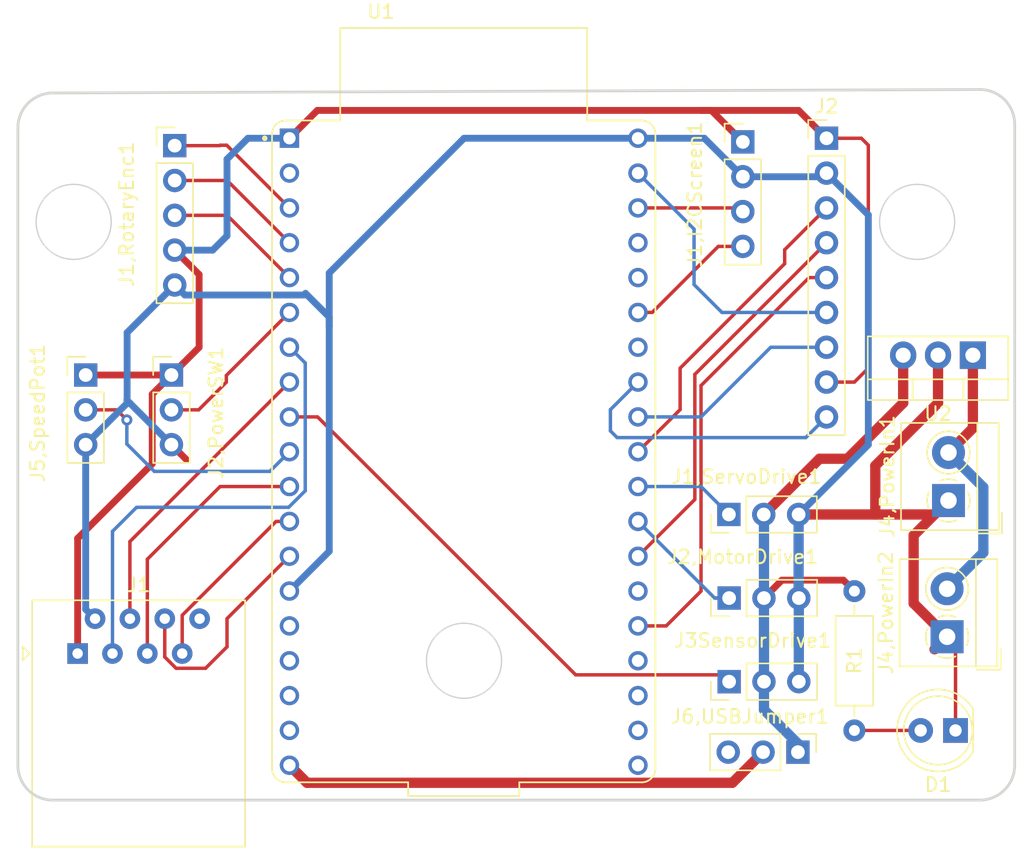
<source format=kicad_pcb>
(kicad_pcb (version 20221018) (generator pcbnew)
  (layers (0 "F.Cu" signal) (31 "B.Cu" signal) (34 "B.Paste" user) (35 "F.Paste" user) (36 "B.SilkS" user "B.Silkscreen") (37 "F.SilkS" user "F.Silkscreen") (38 "B.Mask" user) (39 "F.Mask" user) (44 "Edge.Cuts" user))
  (net 0 "")
  (net 1 "+3.3V")
  (net 2 "GND")
  (net 3 "/JoyX")
  (net 4 "/JoyY")
  (net 5 "/JoyB")
  (net 6 "/JoySW")
  (net 7 "/JoyPot")
  (net 9 "/SCL")
  (net 10 "/SDA")
  (net 11 "/EncA")
  (net 12 "/EncB")
  (net 13 "/EncSW")
  (net 14 "/Sensor")
  (net 15 "+5V")
  (net 16 "/CS")
  (net 17 "/RST")
  (net 18 "/DC")
  (net 19 "/MOSI")
  (net 20 "/SCK")
  (net 21 "/MISO")
  (net 22 "/Motor")
  (net 23 "/Enable")
  (net 24 "Net-(J4,PowerIn1-Pin_2)")
  (net 25 "/Pot")
  (net 26 "Net-(J6,USBJumper1-Pin_2)")
  (net 32 "/Servo")
  (net 42 "Net-(D1-A)")
  (footprint "Resistor_THT:R_Axial_DIN0207_L6.3mm_D2.5mm_P10.16mm_Horizontal" (layer "F.Cu") (at 160.02 88.392 90)
    (fp_text reference "R1" (at 5.08 0 90) (layer "F.SilkS"))
    (fp_text value "R")
    (fp_line (start 1.04 0) (end 1.81 0) (stroke (width 0.12)) (layer "F.SilkS"))
    (fp_line (start 1.81 -1.37) (end 1.81 1.37) (stroke (width 0.12)) (layer "F.SilkS"))
    (fp_line (start 1.81 1.37) (end 8.35 1.37) (stroke (width 0.12)) (layer "F.SilkS"))
    (fp_line (start 8.35 -1.37) (end 1.81 -1.37) (stroke (width 0.12)) (layer "F.SilkS"))
    (fp_line (start 8.35 1.37) (end 8.35 -1.37) (stroke (width 0.12)) (layer "F.SilkS"))
    (fp_line (start 9.12 0) (end 8.35 0) (stroke (width 0.12)) (layer "F.SilkS"))
    (pad "1" thru_hole circle (at 0 0 90) (size 1.6 1.6) (drill 0.8) (layers "*.Cu" "*.Mask") (net 42 "Net-(D1-A)"))
    (pad "2" thru_hole oval (at 10.16 0 90) (size 1.6 1.6) (drill 0.8) (layers "*.Cu" "*.Mask") (net 15 "+5V"))
  )
  (footprint "Connector_PinHeader_2.54mm:PinHeader_1x04_P2.54mm_Vertical" (layer "F.Cu") (at 151.892 45.476)
    (fp_text reference "J1,I2CScreen1" (at -3.5 3.83 90) (layer "F.SilkS"))
    (fp_text value "Conn_01x04_Pin")
    (fp_line (start -1.33 -1.33) (end 0 -1.33) (stroke (width 0.12)) (layer "F.SilkS"))
    (fp_line (start -1.33 0) (end -1.33 -1.33) (stroke (width 0.12)) (layer "F.SilkS"))
    (fp_line (start -1.33 1.27) (end -1.33 8.95) (stroke (width 0.12)) (layer "F.SilkS"))
    (fp_line (start -1.33 1.27) (end 1.33 1.27) (stroke (width 0.12)) (layer "F.SilkS"))
    (fp_line (start -1.33 8.95) (end 1.33 8.95) (stroke (width 0.12)) (layer "F.SilkS"))
    (fp_line (start 1.33 1.27) (end 1.33 8.95) (stroke (width 0.12)) (layer "F.SilkS"))
    (pad "1" thru_hole rect (at 0 0) (size 1.7 1.7) (drill 1) (layers "*.Cu" "*.Mask") (net 1 "+3.3V"))
    (pad "2" thru_hole oval (at 0 2.54) (size 1.7 1.7) (drill 1) (layers "*.Cu" "*.Mask") (net 2 "GND"))
    (pad "3" thru_hole oval (at 0 5.08) (size 1.7 1.7) (drill 1) (layers "*.Cu" "*.Mask") (net 9 "/SCL"))
    (pad "4" thru_hole oval (at 0 7.62) (size 1.7 1.7) (drill 1) (layers "*.Cu" "*.Mask") (net 10 "/SDA"))
  )
  (footprint "Connector_PinHeader_2.54mm:PinHeader_1x03_P2.54mm_Vertical" (layer "F.Cu") (at 155.906 89.974 -90)
    (fp_text reference "J6,USBJumper1" (at -2.598 3.506) (layer "F.SilkS"))
    (fp_text value "Conn_01x03_Pin")
    (fp_line (start -1.33 -1.33) (end 0 -1.33) (stroke (width 0.12)) (layer "F.SilkS"))
    (fp_line (start -1.33 0) (end -1.33 -1.33) (stroke (width 0.12)) (layer "F.SilkS"))
    (fp_line (start -1.33 1.27) (end -1.33 6.41) (stroke (width 0.12)) (layer "F.SilkS"))
    (fp_line (start -1.33 1.27) (end 1.33 1.27) (stroke (width 0.12)) (layer "F.SilkS"))
    (fp_line (start -1.33 6.41) (end 1.33 6.41) (stroke (width 0.12)) (layer "F.SilkS"))
    (fp_line (start 1.33 1.27) (end 1.33 6.41) (stroke (width 0.12)) (layer "F.SilkS"))
    (pad "1" thru_hole rect (at 0 0 270) (size 1.7 1.7) (drill 1) (layers "*.Cu" "*.Mask") (net 15 "+5V"))
    (pad "2" thru_hole oval (at 0 2.54 270) (size 1.7 1.7) (drill 1) (layers "*.Cu" "*.Mask") (net 26 "Net-(J6,USBJumper1-Pin_2)"))
    (pad "3" thru_hole oval (at 0 5.08 270) (size 1.7 1.7) (drill 1) (layers "*.Cu" "*.Mask"))
  )
  (footprint "Package_TO_SOT_THT:TO-220-3_Vertical" (layer "F.Cu") (at 168.656 61.031 180)
    (fp_text reference "U2" (at 2.54 -4.27) (layer "F.SilkS"))
    (fp_text value "L7805")
    (fp_line (start -2.58 -3.27) (end -2.58 1.371) (stroke (width 0.12)) (layer "F.SilkS"))
    (fp_line (start -2.58 -3.27) (end 7.66 -3.27) (stroke (width 0.12)) (layer "F.SilkS"))
    (fp_line (start -2.58 -1.76) (end 7.66 -1.76) (stroke (width 0.12)) (layer "F.SilkS"))
    (fp_line (start -2.58 1.371) (end 7.66 1.371) (stroke (width 0.12)) (layer "F.SilkS"))
    (fp_line (start 0.69 -3.27) (end 0.69 -1.76) (stroke (width 0.12)) (layer "F.SilkS"))
    (fp_line (start 4.391 -3.27) (end 4.391 -1.76) (stroke (width 0.12)) (layer "F.SilkS"))
    (fp_line (start 7.66 -3.27) (end 7.66 1.371) (stroke (width 0.12)) (layer "F.SilkS"))
    (pad "1" thru_hole rect (at 0 0 180) (size 1.905 2) (drill 1.1) (layers "*.Cu" "*.Mask") (net 24 "Net-(J4,PowerIn1-Pin_2)"))
    (pad "2" thru_hole oval (at 2.54 0 180) (size 1.905 2) (drill 1.1) (layers "*.Cu" "*.Mask") (net 2 "GND"))
    (pad "3" thru_hole oval (at 5.08 0 180) (size 1.905 2) (drill 1.1) (layers "*.Cu" "*.Mask") (net 15 "+5V"))
  )
  (footprint "ESP32_DEVKITC_32E:MODULE_ESP32-DEVKITC-32E" (layer "F.Cu") (at 131.55 68.045)
    (fp_text reference "U1" (at -6.0325 -32.0675) (layer "F.SilkS"))
    (fp_text value "ESP32-DEVKITC-32E")
    (fp_line (start -13.97 23.13) (end -13.97 -23.13) (stroke (width 0.127)) (layer "F.SilkS"))
    (fp_line (start -12.97 -24.13) (end -9 -24.13) (stroke (width 0.127)) (layer "F.SilkS"))
    (fp_line (start -12.97 24.13) (end -4.05 24.13) (stroke (width 0.127)) (layer "F.SilkS"))
    (fp_line (start -9 -30.87) (end 9 -30.87) (stroke (width 0.127)) (layer "F.SilkS"))
    (fp_line (start -9 -24.13) (end -9 -30.87) (stroke (width 0.127)) (layer "F.SilkS"))
    (fp_line (start -4.05 24.13) (end -4.05 25.13) (stroke (width 0.127)) (layer "F.SilkS"))
    (fp_line (start -4.05 25.13) (end 4.05 25.13) (stroke (width 0.127)) (layer "F.SilkS"))
    (fp_line (start 4.05 24.13) (end 12.97 24.13) (stroke (width 0.127)) (layer "F.SilkS"))
    (fp_line (start 4.05 25.13) (end 4.05 24.13) (stroke (width 0.127)) (layer "F.SilkS"))
    (fp_line (start 9 -30.87) (end 9 -24.13) (stroke (width 0.127)) (layer "F.SilkS"))
    (fp_line (start 9 -24.13) (end 12.97 -24.13) (stroke (width 0.127)) (layer "F.SilkS"))
    (fp_line (start 13.97 23.13) (end 13.97 -23.13) (stroke (width 0.127)) (layer "F.SilkS"))
    (fp_arc (start -13.97 -23.13) (mid -13.677107 -23.837107) (end -12.97 -24.13) (stroke (width 0.127)) (layer "F.SilkS"))
    (fp_arc (start -12.97 24.13) (mid -13.677107 23.837107) (end -13.97 23.13) (stroke (width 0.127)) (layer "F.SilkS"))
    (fp_arc (start 12.97 -24.13) (mid 13.677107 -23.837107) (end 13.97 -23.13) (stroke (width 0.127)) (layer "F.SilkS"))
    (fp_arc (start 13.97 23.13) (mid 13.677107 23.837107) (end 12.97 24.13) (stroke (width 0.127)) (layer "F.SilkS"))
    (fp_circle (center -14.5 -22.835) (end -14.4 -22.835) (stroke (width 0.2)) (fill none) (layer "F.SilkS"))
    (pad "J2_1" thru_hole rect (at -12.7 -22.835) (size 1.408 1.408) (drill 0.9) (layers "*.Cu" "*.Mask") (net 1 "+3.3V"))
    (pad "J2_2" thru_hole circle (at -12.7 -20.295) (size 1.408 1.408) (drill 0.9) (layers "*.Cu" "*.Mask"))
    (pad "J2_3" thru_hole circle (at -12.7 -17.755) (size 1.408 1.408) (drill 0.9) (layers "*.Cu" "*.Mask") (net 11 "/EncA"))
    (pad "J2_4" thru_hole circle (at -12.7 -15.215) (size 1.408 1.408) (drill 0.9) (layers "*.Cu" "*.Mask") (net 12 "/EncB"))
    (pad "J2_5" thru_hole circle (at -12.7 -12.675) (size 1.408 1.408) (drill 0.9) (layers "*.Cu" "*.Mask") (net 13 "/EncSW"))
    (pad "J2_6" thru_hole circle (at -12.7 -10.135) (size 1.408 1.408) (drill 0.9) (layers "*.Cu" "*.Mask") (net 23 "/Enable"))
    (pad "J2_7" thru_hole circle (at -12.7 -7.595) (size 1.408 1.408) (drill 0.9) (layers "*.Cu" "*.Mask") (net 3 "/JoyX"))
    (pad "J2_8" thru_hole circle (at -12.7 -5.055) (size 1.408 1.408) (drill 0.9) (layers "*.Cu" "*.Mask") (net 4 "/JoyY"))
    (pad "J2_9" thru_hole circle (at -12.7 -2.515) (size 1.408 1.408) (drill 0.9) (layers "*.Cu" "*.Mask") (net 14 "/Sensor"))
    (pad "J2_10" thru_hole circle (at -12.7 0.025) (size 1.408 1.408) (drill 0.9) (layers "*.Cu" "*.Mask") (net 25 "/Pot"))
    (pad "J2_11" thru_hole circle (at -12.7 2.565) (size 1.408 1.408) (drill 0.9) (layers "*.Cu" "*.Mask") (net 5 "/JoyB"))
    (pad "J2_12" thru_hole circle (at -12.7 5.105) (size 1.408 1.408) (drill 0.9) (layers "*.Cu" "*.Mask") (net 7 "/JoyPot"))
    (pad "J2_13" thru_hole circle (at -12.7 7.645) (size 1.408 1.408) (drill 0.9) (layers "*.Cu" "*.Mask") (net 6 "/JoySW"))
    (pad "J2_14" thru_hole circle (at -12.7 10.185) (size 1.408 1.408) (drill 0.9) (layers "*.Cu" "*.Mask") (net 2 "GND"))
    (pad "J2_15" thru_hole circle (at -12.7 12.725) (size 1.408 1.408) (drill 0.9) (layers "*.Cu" "*.Mask"))
    (pad "J2_16" thru_hole circle (at -12.7 15.265) (size 1.408 1.408) (drill 0.9) (layers "*.Cu" "*.Mask"))
    (pad "J2_17" thru_hole circle (at -12.7 17.805) (size 1.408 1.408) (drill 0.9) (layers "*.Cu" "*.Mask"))
    (pad "J2_18" thru_hole circle (at -12.7 20.345) (size 1.408 1.408) (drill 0.9) (layers "*.Cu" "*.Mask"))
    (pad "J2_19" thru_hole circle (at -12.7 22.885) (size 1.408 1.408) (drill 0.9) (layers "*.Cu" "*.Mask") (net 26 "Net-(J6,USBJumper1-Pin_2)"))
    (pad "J3_1" thru_hole circle (at 12.7 -22.835) (size 1.408 1.408) (drill 0.9) (layers "*.Cu" "*.Mask") (net 2 "GND"))
    (pad "J3_2" thru_hole circle (at 12.7 -20.295) (size 1.408 1.408) (drill 0.9) (layers "*.Cu" "*.Mask") (net 19 "/MOSI"))
    (pad "J3_3" thru_hole circle (at 12.7 -17.755) (size 1.408 1.408) (drill 0.9) (layers "*.Cu" "*.Mask") (net 9 "/SCL"))
    (pad "J3_4" thru_hole circle (at 12.7 -15.215) (size 1.408 1.408) (drill 0.9) (layers "*.Cu" "*.Mask"))
    (pad "J3_5" thru_hole circle (at 12.7 -12.675) (size 1.408 1.408) (drill 0.9) (layers "*.Cu" "*.Mask"))
    (pad "J3_6" thru_hole circle (at 12.7 -10.135) (size 1.408 1.408) (drill 0.9) (layers "*.Cu" "*.Mask") (net 10 "/SDA"))
    (pad "J3_7" thru_hole circle (at 12.7 -7.595) (size 1.408 1.408) (drill 0.9) (layers "*.Cu" "*.Mask"))
    (pad "J3_8" thru_hole circle (at 12.7 -5.055) (size 1.408 1.408) (drill 0.9) (layers "*.Cu" "*.Mask") (net 21 "/MISO"))
    (pad "J3_9" thru_hole circle (at 12.7 -2.515) (size 1.408 1.408) (drill 0.9) (layers "*.Cu" "*.Mask") (net 20 "/SCK"))
    (pad "J3_10" thru_hole circle (at 12.7 0.025) (size 1.408 1.408) (drill 0.9) (layers "*.Cu" "*.Mask") (net 16 "/CS"))
    (pad "J3_11" thru_hole circle (at 12.7 2.565) (size 1.408 1.408) (drill 0.9) (layers "*.Cu" "*.Mask") (net 32 "/Servo"))
    (pad "J3_12" thru_hole circle (at 12.7 5.105) (size 1.408 1.408) (drill 0.9) (layers "*.Cu" "*.Mask") (net 22 "/Motor"))
    (pad "J3_13" thru_hole circle (at 12.7 7.645) (size 1.408 1.408) (drill 0.9) (layers "*.Cu" "*.Mask") (net 17 "/RST"))
    (pad "J3_14" thru_hole circle (at 12.7 10.185) (size 1.408 1.408) (drill 0.9) (layers "*.Cu" "*.Mask"))
    (pad "J3_15" thru_hole circle (at 12.7 12.725) (size 1.408 1.408) (drill 0.9) (layers "*.Cu" "*.Mask") (net 18 "/DC"))
    (pad "J3_16" thru_hole circle (at 12.7 15.265) (size 1.408 1.408) (drill 0.9) (layers "*.Cu" "*.Mask"))
    (pad "J3_17" thru_hole circle (at 12.7 17.805) (size 1.408 1.408) (drill 0.9) (layers "*.Cu" "*.Mask"))
    (pad "J3_18" thru_hole circle (at 12.7 20.345) (size 1.408 1.408) (drill 0.9) (layers "*.Cu" "*.Mask"))
    (pad "J3_19" thru_hole circle (at 12.7 22.885) (size 1.408 1.408) (drill 0.9) (layers "*.Cu" "*.Mask"))
  )
  (footprint "LED_THT:LED_D5.0mm" (layer "F.Cu") (at 167.391 88.392 180)
    (fp_text reference "D1" (at 1.27 -3.96) (layer "F.SilkS"))
    (fp_text value "LED")
    (fp_line (start -1.29 -1.545) (end -1.29 1.545) (stroke (width 0.12)) (layer "F.SilkS"))
    (fp_arc (start -1.29 -1.54483) (mid 2.072002 -2.880433) (end 4.26 0.000462) (stroke (width 0.12)) (layer "F.SilkS"))
    (fp_arc (start 4.26 -0.000462) (mid 2.072002 2.880433) (end -1.29 1.54483) (stroke (width 0.12)) (layer "F.SilkS"))
    (fp_circle (center 1.27 0) (end 3.77 0) (stroke (width 0.12)) (fill none) (layer "F.SilkS"))
    (pad "1" thru_hole rect (at 0 0 180) (size 1.8 1.8) (drill 0.9) (layers "*.Cu" "*.Mask") (net 2 "GND"))
    (pad "2" thru_hole circle (at 2.54 0 180) (size 1.8 1.8) (drill 0.9) (layers "*.Cu" "*.Mask") (net 42 "Net-(D1-A)"))
  )
  (footprint "Connector_PinHeader_2.54mm:PinHeader_1x09_P2.54mm_Vertical" (layer "F.Cu") (at 157.988 45.212)
    (fp_text reference "J2" (at 0 -2.33) (layer "F.SilkS"))
    (fp_text value "Conn_01x09_Pin")
    (fp_line (start -1.33 -1.33) (end 0 -1.33) (stroke (width 0.12)) (layer "F.SilkS"))
    (fp_line (start -1.33 0) (end -1.33 -1.33) (stroke (width 0.12)) (layer "F.SilkS"))
    (fp_line (start -1.33 1.27) (end -1.33 21.65) (stroke (width 0.12)) (layer "F.SilkS"))
    (fp_line (start -1.33 1.27) (end 1.33 1.27) (stroke (width 0.12)) (layer "F.SilkS"))
    (fp_line (start -1.33 21.65) (end 1.33 21.65) (stroke (width 0.12)) (layer "F.SilkS"))
    (fp_line (start 1.33 1.27) (end 1.33 21.65) (stroke (width 0.12)) (layer "F.SilkS"))
    (pad "1" thru_hole rect (at 0 0) (size 1.7 1.7) (drill 1) (layers "*.Cu" "*.Mask") (net 1 "+3.3V"))
    (pad "2" thru_hole oval (at 0 2.54) (size 1.7 1.7) (drill 1) (layers "*.Cu" "*.Mask") (net 2 "GND"))
    (pad "3" thru_hole oval (at 0 5.08) (size 1.7 1.7) (drill 1) (layers "*.Cu" "*.Mask") (net 16 "/CS"))
    (pad "4" thru_hole oval (at 0 7.62) (size 1.7 1.7) (drill 1) (layers "*.Cu" "*.Mask") (net 17 "/RST"))
    (pad "5" thru_hole oval (at 0 10.16) (size 1.7 1.7) (drill 1) (layers "*.Cu" "*.Mask") (net 18 "/DC"))
    (pad "6" thru_hole oval (at 0 12.7) (size 1.7 1.7) (drill 1) (layers "*.Cu" "*.Mask") (net 19 "/MOSI"))
    (pad "7" thru_hole oval (at 0 15.24) (size 1.7 1.7) (drill 1) (layers "*.Cu" "*.Mask") (net 20 "/SCK"))
    (pad "8" thru_hole oval (at 0 17.78) (size 1.7 1.7) (drill 1) (layers "*.Cu" "*.Mask") (net 1 "+3.3V"))
    (pad "9" thru_hole oval (at 0 20.32) (size 1.7 1.7) (drill 1) (layers "*.Cu" "*.Mask") (net 21 "/MISO"))
  )
  (footprint "Connector_RJ:RJ45_Amphenol_54602-x08_Horizontal" (layer "F.Cu") (at 103.4135 82.784)
    (fp_text reference "J1" (at 4.445 -5) (layer "F.SilkS"))
    (fp_text value "8P8C")
    (fp_line (start -4 -0.5) (end -4 0.5) (stroke (width 0.12)) (layer "F.SilkS"))
    (fp_line (start -4 0.5) (end -3.5 0) (stroke (width 0.12)) (layer "F.SilkS"))
    (fp_line (start -3.5 0) (end -4 -0.5) (stroke (width 0.12)) (layer "F.SilkS"))
    (fp_line (start -3.315 -3.88) (end -3.315 14.08) (stroke (width 0.12)) (layer "F.SilkS"))
    (fp_line (start -3.315 14.08) (end 12.205 14.08) (stroke (width 0.12)) (layer "F.SilkS"))
    (fp_line (start 12.205 -3.88) (end -3.315 -3.88) (stroke (width 0.12)) (layer "F.SilkS"))
    (fp_line (start 12.205 -3.88) (end 12.205 14.08) (stroke (width 0.12)) (layer "F.SilkS"))
    (pad "" np_thru_hole circle (at -1.27 6.35) (size 3.2 3.2) (drill 3.2) (layers "*.Cu" "*.Mask"))
    (pad "" np_thru_hole circle (at 10.16 6.35) (size 3.2 3.2) (drill 3.2) (layers "*.Cu" "*.Mask"))
    (pad "1" thru_hole rect (at 0 0) (size 1.5 1.5) (drill 0.76) (layers "*.Cu" "*.Mask") (net 1 "+3.3V"))
    (pad "2" thru_hole circle (at 1.27 -2.54) (size 1.5 1.5) (drill 0.76) (layers "*.Cu" "*.Mask") (net 2 "GND"))
    (pad "3" thru_hole circle (at 2.54 0) (size 1.5 1.5) (drill 0.76) (layers "*.Cu" "*.Mask") (net 3 "/JoyX"))
    (pad "4" thru_hole circle (at 3.81 -2.54) (size 1.5 1.5) (drill 0.76) (layers "*.Cu" "*.Mask") (net 4 "/JoyY"))
    (pad "5" thru_hole circle (at 5.08 0) (size 1.5 1.5) (drill 0.76) (layers "*.Cu" "*.Mask") (net 5 "/JoyB"))
    (pad "6" thru_hole circle (at 6.35 -2.54) (size 1.5 1.5) (drill 0.76) (layers "*.Cu" "*.Mask") (net 6 "/JoySW"))
    (pad "7" thru_hole circle (at 7.62 0) (size 1.5 1.5) (drill 0.76) (layers "*.Cu" "*.Mask") (net 7 "/JoyPot"))
    (pad "8" thru_hole circle (at 8.89 -2.54) (size 1.5 1.5) (drill 0.76) (layers "*.Cu" "*.Mask"))
  )
  (footprint "TerminalBlock_4Ucon:TerminalBlock_4Ucon_1x02_P3.50mm_Horizontal" (layer "F.Cu") (at 166.778 81.562 90)
    (fp_text reference "J4,PowerIn2" (at 1.75 -4.46 90) (layer "F.SilkS"))
    (fp_text value "Screw_Terminal_01x02")
    (fp_line (start -2.4 2.16) (end -2.4 3.9) (stroke (width 0.12)) (layer "F.SilkS"))
    (fp_line (start -2.4 3.9) (end -0.9 3.9) (stroke (width 0.12)) (layer "F.SilkS"))
    (fp_line (start -2.16 -3.46) (end -2.16 3.66) (stroke (width 0.12)) (layer "F.SilkS"))
    (fp_line (start -2.16 -3.46) (end 5.66 -3.46) (stroke (width 0.12)) (layer "F.SilkS"))
    (fp_line (start -2.16 2.1) (end 5.66 2.1) (stroke (width 0.12)) (layer "F.SilkS"))
    (fp_line (start -2.16 3.66) (end 5.66 3.66) (stroke (width 0.12)) (layer "F.SilkS"))
    (fp_line (start 5.66 -3.46) (end 5.66 3.66) (stroke (width 0.12)) (layer "F.SilkS"))
    (fp_arc (start -1.432109 0.607742) (mid -1.555727 -0.00014) (end -1.432 -0.608) (stroke (width 0.12)) (layer "F.SilkS"))
    (fp_arc (start -0.607742 -1.432109) (mid 0.00014 -1.555727) (end 0.608 -1.432) (stroke (width 0.12)) (layer "F.SilkS"))
    (fp_arc (start 0.027011 1.555493) (mid -0.296984 1.527118) (end -0.608 1.432) (stroke (width 0.12)) (layer "F.SilkS"))
    (fp_arc (start 0.607587 1.431385) (mid 0.310017 1.523783) (end 0 1.555) (stroke (width 0.12)) (layer "F.SilkS"))
    (fp_arc (start 1.432109 -0.607742) (mid 1.555727 0.00014) (end 1.432 0.608) (stroke (width 0.12)) (layer "F.SilkS"))
    (fp_circle (center 3.5 0) (end 5.055 0) (stroke (width 0.12)) (fill none) (layer "F.SilkS"))
    (pad "1" thru_hole rect (at 0 0 90) (size 2.4 2.4) (drill 1.2) (layers "*.Cu" "*.Mask") (net 2 "GND"))
    (pad "2" thru_hole circle (at 3.5 0 90) (size 2.4 2.4) (drill 1.2) (layers "*.Cu" "*.Mask") (net 24 "Net-(J4,PowerIn1-Pin_2)"))
  )
  (footprint "Connector_PinHeader_2.54mm:PinHeader_1x03_P2.54mm_Vertical" (layer "F.Cu") (at 104 62.475)
    (fp_text reference "J5,SpeedPot1" (at -3.5 2.775 -90) (layer "F.SilkS"))
    (fp_text value "Conn_01x03_Pin")
    (fp_line (start -1.33 -1.33) (end 0 -1.33) (stroke (width 0.12)) (layer "F.SilkS"))
    (fp_line (start -1.33 0) (end -1.33 -1.33) (stroke (width 0.12)) (layer "F.SilkS"))
    (fp_line (start -1.33 1.27) (end -1.33 6.41) (stroke (width 0.12)) (layer "F.SilkS"))
    (fp_line (start -1.33 1.27) (end 1.33 1.27) (stroke (width 0.12)) (layer "F.SilkS"))
    (fp_line (start -1.33 6.41) (end 1.33 6.41) (stroke (width 0.12)) (layer "F.SilkS"))
    (fp_line (start 1.33 1.27) (end 1.33 6.41) (stroke (width 0.12)) (layer "F.SilkS"))
    (pad "1" thru_hole rect (at 0 0) (size 1.7 1.7) (drill 1) (layers "*.Cu" "*.Mask") (net 1 "+3.3V"))
    (pad "2" thru_hole oval (at 0 2.54) (size 1.7 1.7) (drill 1) (layers "*.Cu" "*.Mask") (net 25 "/Pot"))
    (pad "3" thru_hole oval (at 0 5.08) (size 1.7 1.7) (drill 1) (layers "*.Cu" "*.Mask") (net 2 "GND"))
  )
  (footprint "TerminalBlock_4Ucon:TerminalBlock_4Ucon_1x02_P3.50mm_Horizontal" (layer "F.Cu") (at 166.878 71.628 90)
    (fp_text reference "J4,PowerIn1" (at 1.75 -4.46 90) (layer "F.SilkS"))
    (fp_text value "Screw_Terminal_01x02")
    (fp_line (start -2.4 2.16) (end -2.4 3.9) (stroke (width 0.12)) (layer "F.SilkS"))
    (fp_line (start -2.4 3.9) (end -0.9 3.9) (stroke (width 0.12)) (layer "F.SilkS"))
    (fp_line (start -2.16 -3.46) (end -2.16 3.66) (stroke (width 0.12)) (layer "F.SilkS"))
    (fp_line (start -2.16 -3.46) (end 5.66 -3.46) (stroke (width 0.12)) (layer "F.SilkS"))
    (fp_line (start -2.16 2.1) (end 5.66 2.1) (stroke (width 0.12)) (layer "F.SilkS"))
    (fp_line (start -2.16 3.66) (end 5.66 3.66) (stroke (width 0.12)) (layer "F.SilkS"))
    (fp_line (start 5.66 -3.46) (end 5.66 3.66) (stroke (width 0.12)) (layer "F.SilkS"))
    (fp_arc (start -1.432109 0.607742) (mid -1.555727 -0.00014) (end -1.432 -0.608) (stroke (width 0.12)) (layer "F.SilkS"))
    (fp_arc (start -0.607742 -1.432109) (mid 0.00014 -1.555727) (end 0.608 -1.432) (stroke (width 0.12)) (layer "F.SilkS"))
    (fp_arc (start 0.027011 1.555493) (mid -0.296984 1.527118) (end -0.608 1.432) (stroke (width 0.12)) (layer "F.SilkS"))
    (fp_arc (start 0.607587 1.431385) (mid 0.310017 1.523783) (end 0 1.555) (stroke (width 0.12)) (layer "F.SilkS"))
    (fp_arc (start 1.432109 -0.607742) (mid 1.555727 0.00014) (end 1.432 0.608) (stroke (width 0.12)) (layer "F.SilkS"))
    (fp_circle (center 3.5 0) (end 5.055 0) (stroke (width 0.12)) (fill none) (layer "F.SilkS"))
    (pad "1" thru_hole rect (at 0 0 90) (size 2.4 2.4) (drill 1.2) (layers "*.Cu" "*.Mask") (net 2 "GND"))
    (pad "2" thru_hole circle (at 3.5 0 90) (size 2.4 2.4) (drill 1.2) (layers "*.Cu" "*.Mask") (net 24 "Net-(J4,PowerIn1-Pin_2)"))
  )
  (footprint "Connector_PinHeader_2.54mm:PinHeader_1x03_P2.54mm_Vertical" (layer "F.Cu") (at 110.25 62.475)
    (fp_text reference "J2,PowerSW1" (at 3.25 2.775 90) (layer "F.SilkS"))
    (fp_text value "Conn_01x03_Pin")
    (fp_line (start -1.33 -1.33) (end 0 -1.33) (stroke (width 0.12)) (layer "F.SilkS"))
    (fp_line (start -1.33 0) (end -1.33 -1.33) (stroke (width 0.12)) (layer "F.SilkS"))
    (fp_line (start -1.33 1.27) (end -1.33 6.41) (stroke (width 0.12)) (layer "F.SilkS"))
    (fp_line (start -1.33 1.27) (end 1.33 1.27) (stroke (width 0.12)) (layer "F.SilkS"))
    (fp_line (start -1.33 6.41) (end 1.33 6.41) (stroke (width 0.12)) (layer "F.SilkS"))
    (fp_line (start 1.33 1.27) (end 1.33 6.41) (stroke (width 0.12)) (layer "F.SilkS"))
    (pad "1" thru_hole rect (at 0 0) (size 1.7 1.7) (drill 1) (layers "*.Cu" "*.Mask") (net 1 "+3.3V"))
    (pad "2" thru_hole oval (at 0 2.54) (size 1.7 1.7) (drill 1) (layers "*.Cu" "*.Mask") (net 23 "/Enable"))
    (pad "3" thru_hole oval (at 0 5.08) (size 1.7 1.7) (drill 1) (layers "*.Cu" "*.Mask") (net 2 "GND"))
  )
  (footprint "Connector_PinHeader_2.54mm:PinHeader_1x03_P2.54mm_Vertical" (layer "F.Cu") (at 150.876 72.644 90)
    (fp_text reference "J1,ServoDrive1" (at 2.75 1.275) (layer "F.SilkS"))
    (fp_text value "Conn_01x03_Pin")
    (fp_line (start -1.33 -1.33) (end 0 -1.33) (stroke (width 0.12)) (layer "F.SilkS"))
    (fp_line (start -1.33 0) (end -1.33 -1.33) (stroke (width 0.12)) (layer "F.SilkS"))
    (fp_line (start -1.33 1.27) (end -1.33 6.41) (stroke (width 0.12)) (layer "F.SilkS"))
    (fp_line (start -1.33 1.27) (end 1.33 1.27) (stroke (width 0.12)) (layer "F.SilkS"))
    (fp_line (start -1.33 6.41) (end 1.33 6.41) (stroke (width 0.12)) (layer "F.SilkS"))
    (fp_line (start 1.33 1.27) (end 1.33 6.41) (stroke (width 0.12)) (layer "F.SilkS"))
    (pad "1" thru_hole rect (at 0 0 90) (size 1.7 1.7) (drill 1) (layers "*.Cu" "*.Mask") (net 32 "/Servo"))
    (pad "2" thru_hole oval (at 0 2.54 90) (size 1.7 1.7) (drill 1) (layers "*.Cu" "*.Mask") (net 15 "+5V"))
    (pad "3" thru_hole oval (at 0 5.08 90) (size 1.7 1.7) (drill 1) (layers "*.Cu" "*.Mask") (net 2 "GND"))
  )
  (footprint "Connector_PinHeader_2.54mm:PinHeader_1x05_P2.54mm_Vertical" (layer "F.Cu") (at 110.49 45.75)
    (fp_text reference "J1,RotaryEnc1" (at -3.5 5 90) (layer "F.SilkS"))
    (fp_text value "Conn_01x05_Pin")
    (fp_line (start -1.33 -1.33) (end 0 -1.33) (stroke (width 0.12)) (layer "F.SilkS"))
    (fp_line (start -1.33 0) (end -1.33 -1.33) (stroke (width 0.12)) (layer "F.SilkS"))
    (fp_line (start -1.33 1.27) (end -1.33 11.49) (stroke (width 0.12)) (layer "F.SilkS"))
    (fp_line (start -1.33 1.27) (end 1.33 1.27) (stroke (width 0.12)) (layer "F.SilkS"))
    (fp_line (start -1.33 11.49) (end 1.33 11.49) (stroke (width 0.12)) (layer "F.SilkS"))
    (fp_line (start 1.33 1.27) (end 1.33 11.49) (stroke (width 0.12)) (layer "F.SilkS"))
    (pad "1" thru_hole rect (at 0 0) (size 1.7 1.7) (drill 1) (layers "*.Cu" "*.Mask") (net 11 "/EncA"))
    (pad "2" thru_hole oval (at 0 2.54) (size 1.7 1.7) (drill 1) (layers "*.Cu" "*.Mask") (net 12 "/EncB"))
    (pad "3" thru_hole oval (at 0 5.08) (size 1.7 1.7) (drill 1) (layers "*.Cu" "*.Mask") (net 13 "/EncSW"))
    (pad "4" thru_hole oval (at 0 7.62) (size 1.7 1.7) (drill 1) (layers "*.Cu" "*.Mask") (net 1 "+3.3V"))
    (pad "5" thru_hole oval (at 0 10.16) (size 1.7 1.7) (drill 1) (layers "*.Cu" "*.Mask") (net 2 "GND"))
  )
  (footprint "Connector_PinHeader_2.54mm:PinHeader_1x03_P2.54mm_Vertical" (layer "F.Cu") (at 150.891 84.836 90)
    (fp_text reference "J3SensorDrive1" (at 3 1.71) (layer "F.SilkS"))
    (fp_text value "Conn_01x03_Pin")
    (fp_line (start -1.33 -1.33) (end 0 -1.33) (stroke (width 0.12)) (layer "F.SilkS"))
    (fp_line (start -1.33 0) (end -1.33 -1.33) (stroke (width 0.12)) (layer "F.SilkS"))
    (fp_line (start -1.33 1.27) (end -1.33 6.41) (stroke (width 0.12)) (layer "F.SilkS"))
    (fp_line (start -1.33 1.27) (end 1.33 1.27) (stroke (width 0.12)) (layer "F.SilkS"))
    (fp_line (start -1.33 6.41) (end 1.33 6.41) (stroke (width 0.12)) (layer "F.SilkS"))
    (fp_line (start 1.33 1.27) (end 1.33 6.41) (stroke (width 0.12)) (layer "F.SilkS"))
    (pad "1" thru_hole rect (at 0 0 90) (size 1.7 1.7) (drill 1) (layers "*.Cu" "*.Mask") (net 14 "/Sensor"))
    (pad "2" thru_hole oval (at 0 2.54 90) (size 1.7 1.7) (drill 1) (layers "*.Cu" "*.Mask") (net 15 "+5V"))
    (pad "3" thru_hole oval (at 0 5.08 90) (size 1.7 1.7) (drill 1) (layers "*.Cu" "*.Mask") (net 2 "GND"))
  )
  (footprint "Connector_PinHeader_2.54mm:PinHeader_1x03_P2.54mm_Vertical" (layer "F.Cu") (at 150.891 78.74 90)
    (fp_text reference "J2,MotorDrive1" (at 3 0.985) (layer "F.SilkS"))
    (fp_text value "Conn_01x03_Pin")
    (fp_line (start -1.33 -1.33) (end 0 -1.33) (stroke (width 0.12)) (layer "F.SilkS"))
    (fp_line (start -1.33 0) (end -1.33 -1.33) (stroke (width 0.12)) (layer "F.SilkS"))
    (fp_line (start -1.33 1.27) (end -1.33 6.41) (stroke (width 0.12)) (layer "F.SilkS"))
    (fp_line (start -1.33 1.27) (end 1.33 1.27) (stroke (width 0.12)) (layer "F.SilkS"))
    (fp_line (start -1.33 6.41) (end 1.33 6.41) (stroke (width 0.12)) (layer "F.SilkS"))
    (fp_line (start 1.33 1.27) (end 1.33 6.41) (stroke (width 0.12)) (layer "F.SilkS"))
    (pad "1" thru_hole rect (at 0 0 90) (size 1.7 1.7) (drill 1) (layers "*.Cu" "*.Mask") (net 22 "/Motor"))
    (pad "2" thru_hole oval (at 0 2.54 90) (size 1.7 1.7) (drill 1) (layers "*.Cu" "*.Mask") (net 15 "+5V"))
    (pad "3" thru_hole oval (at 0 5.08 90) (size 1.7 1.7) (drill 1) (layers "*.Cu" "*.Mask") (net 2 "GND"))
  )
  (gr_circle (center 164.592 51.308) (end 165.608 53.848) (stroke (width 0.1)) (fill none) (layer "Edge.Cuts"))
  (gr_arc (start 101.599999 93.472001) (mid 99.803948 92.728052) (end 99.059999 90.932001) (stroke (width 0.2)) (layer "Edge.Cuts"))
  (gr_arc (start 171.704 90.932) (mid 170.960051 92.728051) (end 169.164 93.472) (stroke (width 0.2)) (layer "Edge.Cuts"))
  (gr_line (start 99.059999 44.449999) (end 99.059999 90.932001) (stroke (width 0.2)) (layer "Edge.Cuts"))
  (gr_line (start 171.704 90.932) (end 171.704001 44.195999) (stroke (width 0.2)) (layer "Edge.Cuts"))
  (gr_line (start 101.599999 93.472001) (end 169.164 93.472) (stroke (width 0.2)) (layer "Edge.Cuts"))
  (gr_arc (start 169.164001 41.655999) (mid 170.960052 42.399948) (end 171.704001 44.195999) (stroke (width 0.2)) (layer "Edge.Cuts"))
  (gr_circle (center 131.572 83.312) (end 132.588 85.852) (stroke (width 0.1)) (fill none) (layer "Edge.Cuts"))
  (gr_arc (start 99.059999 44.449999) (mid 99.803948 42.653948) (end 101.599999 41.909999) (stroke (width 0.2)) (layer "Edge.Cuts"))
  (gr_circle (center 103.124 51.308) (end 104.14 53.848) (stroke (width 0.1)) (fill none) (layer "Edge.Cuts"))
  (gr_line (start 169.164001 41.655999) (end 101.599999 41.909999) (stroke (width 0.2)) (layer "Edge.Cuts"))
  (segment (start 112.268 55.148) (end 110.49 53.37) (width 0.5) (layer "F.Cu") (net 1))
  (segment (start 148.844 43.18) (end 155.956 43.18) (width 0.5) (layer "F.Cu") (net 1))
  (segment (start 157.988 62.992) (end 160.02 62.992) (width 0.25) (layer "F.Cu") (net 1))
  (segment (start 103.4135 74.3865) (end 103.4135 82.784) (width 0.5) (layer "F.Cu") (net 1))
  (segment (start 149.596 43.18) (end 151.892 45.476) (width 0.5) (layer "F.Cu") (net 1))
  (segment (start 160.528 45.212) (end 157.988 45.212) (width 0.25) (layer "F.Cu") (net 1))
  (segment (start 110.25 62.475) (end 108.85 63.875) (width 0.5) (layer "F.Cu") (net 1))
  (segment (start 110.25 62.475) (end 104 62.475) (width 0.5) (layer "F.Cu") (net 1))
  (segment (start 148.844 43.18) (end 149.596 43.18) (width 0.5) (layer "F.Cu") (net 1))
  (segment (start 120.88 43.18) (end 148.844 43.18) (width 0.5) (layer "F.Cu") (net 1))
  (segment (start 112.268 60.457) (end 112.268 55.148) (width 0.5) (layer "F.Cu") (net 1))
  (segment (start 110.25 62.475) (end 112.268 60.457) (width 0.5) (layer "F.Cu") (net 1))
  (segment (start 161.036 45.72) (end 160.528 45.212) (width 0.25) (layer "F.Cu") (net 1))
  (segment (start 161.036 61.976) (end 161.036 45.72) (width 0.25) (layer "F.Cu") (net 1))
  (segment (start 118.85 45.21) (end 120.88 43.18) (width 0.5) (layer "F.Cu") (net 1))
  (segment (start 108.85 68.95) (end 103.4135 74.3865) (width 0.5) (layer "F.Cu") (net 1))
  (segment (start 160.02 62.992) (end 161.036 61.976) (width 0.25) (layer "F.Cu") (net 1))
  (segment (start 155.956 43.18) (end 157.988 45.212) (width 0.5) (layer "F.Cu") (net 1))
  (segment (start 108.85 63.875) (end 108.85 68.95) (width 0.5) (layer "F.Cu") (net 1))
  (segment (start 113.254 53.37) (end 110.49 53.37) (width 0.5) (layer "B.Cu") (net 1))
  (segment (start 114.3 52.324) (end 113.254 53.37) (width 0.5) (layer "B.Cu") (net 1))
  (segment (start 114.3 46.736) (end 114.3 52.324) (width 0.5) (layer "B.Cu") (net 1))
  (segment (start 118.85 45.21) (end 115.826 45.21) (width 0.5) (layer "B.Cu") (net 1))
  (segment (start 115.826 45.21) (end 114.3 46.736) (width 0.5) (layer "B.Cu") (net 1))
  (segment (start 166.778 81.562) (end 165.862 82.478) (width 0.75) (layer "F.Cu") (net 2))
  (segment (start 166.116 61.031) (end 166.116 64.516) (width 0.75) (layer "F.Cu") (net 2))
  (segment (start 167.391 82.175) (end 166.778 81.562) (width 0.25) (layer "F.Cu") (net 2))
  (segment (start 111.39 68.695) (end 110.25 67.555) (width 0.5) (layer "F.Cu") (net 2))
  (segment (start 166.878 71.628) (end 164.338 74.168) (width 0.75) (layer "F.Cu") (net 2))
  (segment (start 167.391 88.392) (end 167.391 82.175) (width 0.25) (layer "F.Cu") (net 2))
  (segment (start 164.338 79.122) (end 166.778 81.562) (width 0.75) (layer "F.Cu") (net 2))
  (segment (start 161.544 72.644) (end 165.862 72.644) (width 0.75) (layer "F.Cu") (net 2))
  (segment (start 155.956 72.644) (end 161.544 72.644) (width 0.75) (layer "F.Cu") (net 2))
  (segment (start 165.862 72.644) (end 166.878 71.628) (width 0.75) (layer "F.Cu") (net 2))
  (segment (start 164.338 74.168) (end 164.338 79.122) (width 0.75) (layer "F.Cu") (net 2))
  (segment (start 166.116 64.516) (end 161.544 69.088) (width 0.75) (layer "F.Cu") (net 2))
  (segment (start 161.544 69.088) (end 161.544 72.644) (width 0.75) (layer "F.Cu") (net 2))
  (segment (start 104 67.547918) (end 107.020418 64.5275) (width 0.5) (layer "B.Cu") (net 2))
  (segment (start 157.724 48.016) (end 157.988 47.752) (width 0.5) (layer "B.Cu") (net 2))
  (segment (start 121.75 58.928) (end 121.75 75.33) (width 0.5) (layer "B.Cu") (net 2))
  (segment (start 104 79.5605) (end 104.6835 80.244) (width 0.5) (layer "B.Cu") (net 2))
  (segment (start 151.892 48.016) (end 157.724 48.016) (width 0.5) (layer "B.Cu") (net 2))
  (segment (start 119.906 56.642) (end 120.024 56.524) (width 0.5) (layer "B.Cu") (net 2))
  (segment (start 157.988 47.752) (end 161.036 50.8) (width 0.5) (layer "B.Cu") (net 2))
  (segment (start 107 64.305) (end 107.2225 64.5275) (width 0.5) (layer "B.Cu") (net 2))
  (segment (start 155.956 72.644) (end 155.956 78.725) (width 0.75) (layer "B.Cu") (net 2))
  (segment (start 107.020418 64.5275) (end 107.020418 59.379582) (width 0.5) (layer "B.Cu") (net 2))
  (segment (start 161.036 50.8) (end 161.036 67.564) (width 0.5) (layer "B.Cu") (net 2))
  (segment (start 111.222 56.642) (end 119.906 56.642) (width 0.5) (layer "B.Cu") (net 2))
  (segment (start 121.75 58.928) (end 121.75 55.034) (width 0.5) (layer "B.Cu") (net 2))
  (segment (start 149.086 45.21) (end 151.892 48.016) (width 0.5) (layer "B.Cu") (net 2))
  (segment (start 155.956 78.725) (end 155.971 78.74) (width 0.75) (layer "B.Cu") (net 2))
  (segment (start 104 67.555) (end 104 67.547918) (width 0.5) (layer "B.Cu") (net 2))
  (segment (start 121.75 75.33) (end 118.85 78.23) (width 0.5) (layer "B.Cu") (net 2))
  (segment (start 104 67.555) (end 104 79.5605) (width 0.5) (layer "B.Cu") (net 2))
  (segment (start 161.036 67.564) (end 155.956 72.644) (width 0.5) (layer "B.Cu") (net 2))
  (segment (start 120.024 56.524) (end 121.75 58.25) (width 0.5) (layer "B.Cu") (net 2))
  (segment (start 155.971 78.74) (end 155.971 84.836) (width 0.75) (layer "B.Cu") (net 2))
  (segment (start 110.49 55.91) (end 111.222 56.642) (width 0.5) (layer "B.Cu") (net 2))
  (segment (start 131.574 45.21) (end 144.25 45.21) (width 0.5) (layer "B.Cu") (net 2))
  (segment (start 121.75 55.034) (end 131.574 45.21) (width 0.5) (layer "B.Cu") (net 2))
  (segment (start 107.020418 64.5275) (end 107.2225 64.5275) (width 0.5) (layer "B.Cu") (net 2))
  (segment (start 144.25 45.21) (end 149.086 45.21) (width 0.5) (layer "B.Cu") (net 2))
  (segment (start 107.2225 64.5275) (end 110.25 67.555) (width 0.5) (layer "B.Cu") (net 2))
  (segment (start 121.75 58.25) (end 121.75 58.928) (width 0.5) (layer "B.Cu") (net 2))
  (segment (start 107.020418 59.379582) (end 110.49 55.91) (width 0.5) (layer "B.Cu") (net 2))
  (segment (start 105.9535 73.8785) (end 105.9535 82.784) (width 0.25) (layer "B.Cu") (net 3))
  (segment (start 107.711 72.121) (end 105.9535 73.8785) (width 0.25) (layer "B.Cu") (net 3))
  (segment (start 118.85 60.45) (end 120 61.6) (width 0.25) (layer "B.Cu") (net 3))
  (segment (start 118.794226 72.121) (end 107.711 72.121) (width 0.25) (layer "B.Cu") (net 3))
  (segment (start 120 70.915226) (end 118.794226 72.121) (width 0.25) (layer "B.Cu") (net 3))
  (segment (start 120 61.6) (end 120 70.915226) (width 0.25) (layer "B.Cu") (net 3))
  (segment (start 107.2235 74.6165) (end 118.85 62.99) (width 0.25) (layer "F.Cu") (net 4))
  (segment (start 107.2235 80.244) (end 107.2235 74.6165) (width 0.25) (layer "F.Cu") (net 4))
  (segment (start 118.85 70.61) (end 113.794 70.61) (width 0.25) (layer "F.Cu") (net 5))
  (segment (start 108.4935 75.9105) (end 108.4935 82.784) (width 0.25) (layer "F.Cu") (net 5))
  (segment (start 113.794 70.61) (end 108.4935 75.9105) (width 0.25) (layer "F.Cu") (net 5))
  (segment (start 114.3 80.24) (end 118.85 75.69) (width 0.25) (layer "F.Cu") (net 6))
  (segment (start 112.737 83.859) (end 114.3 82.296) (width 0.25) (layer "F.Cu") (net 6))
  (segment (start 109.7635 83.03428) (end 110.58822 83.859) (width 0.25) (layer "F.Cu") (net 6))
  (segment (start 114.3 82.296) (end 114.3 80.24) (width 0.25) (layer "F.Cu") (net 6))
  (segment (start 110.58822 83.859) (end 112.737 83.859) (width 0.25) (layer "F.Cu") (net 6))
  (segment (start 109.7635 80.244) (end 109.7635 83.03428) (width 0.25) (layer "F.Cu") (net 6))
  (segment (start 117.87722 73.15) (end 118.85 73.15) (width 0.25) (layer "F.Cu") (net 7))
  (segment (start 111.0335 82.784) (end 111.0335 79.99372) (width 0.25) (layer "F.Cu") (net 7))
  (segment (start 111.0335 79.99372) (end 117.87722 73.15) (width 0.25) (layer "F.Cu") (net 7))
  (segment (start 151.626 50.29) (end 151.892 50.556) (width 0.25) (layer "F.Cu") (net 9))
  (segment (start 144.25 50.29) (end 151.626 50.29) (width 0.25) (layer "F.Cu") (net 9))
  (segment (start 150.104 53.096) (end 151.892 53.096) (width 0.25) (layer "F.Cu") (net 10))
  (segment (start 144.25 57.91) (end 145.29 57.91) (width 0.25) (layer "F.Cu") (net 10))
  (segment (start 145.29 57.91) (end 150.104 53.096) (width 0.25) (layer "F.Cu") (net 10))
  (segment (start 114.28 45.72) (end 113.792 45.72) (width 0.25) (layer "F.Cu") (net 11))
  (segment (start 113.762 45.75) (end 110.49 45.75) (width 0.25) (layer "F.Cu") (net 11))
  (segment (start 113.792 45.72) (end 113.762 45.75) (width 0.25) (layer "F.Cu") (net 11))
  (segment (start 118.85 50.29) (end 114.28 45.72) (width 0.25) (layer "F.Cu") (net 11))
  (segment (start 118.85 52.83) (end 114.3 48.28) (width 0.25) (layer "F.Cu") (net 12))
  (segment (start 114.3 48.28) (end 114.3 48.26) (width 0.25) (layer "F.Cu") (net 12))
  (segment (start 114.3 48.26) (end 114.27 48.29) (width 0.25) (layer "F.Cu") (net 12))
  (segment (start 114.27 48.29) (end 110.49 48.29) (width 0.25) (layer "F.Cu") (net 12))
  (segment (start 114.27 50.83) (end 110.49 50.83) (width 0.25) (layer "F.Cu") (net 13))
  (segment (start 114.3 50.8) (end 114.27 50.83) (width 0.25) (layer "F.Cu") (net 13))
  (segment (start 118.85 55.37) (end 114.3 50.82) (width 0.25) (layer "F.Cu") (net 13))
  (segment (start 114.3 50.82) (end 114.3 50.8) (width 0.25) (layer "F.Cu") (net 13))
  (segment (start 150.394 84.339) (end 150.891 84.836) (width 0.25) (layer "F.Cu") (net 14))
  (segment (start 139.711 84.339) (end 150.394 84.339) (width 0.25) (layer "F.Cu") (net 14))
  (segment (start 118.85 65.53) (end 120.902 65.53) (width 0.25) (layer "F.Cu") (net 14))
  (segment (start 120.902 65.53) (end 139.711 84.339) (width 0.25) (layer "F.Cu") (net 14))
  (segment (start 160.02 78.232) (end 159.220001 77.432001) (width 0.5) (layer "F.Cu") (net 15))
  (segment (start 159.220001 77.432001) (end 154.738999 77.432001) (width 0.5) (layer "F.Cu") (net 15))
  (segment (start 153.416 72.644) (end 157.48 68.58) (width 0.75) (layer "F.Cu") (net 15))
  (segment (start 159.512 68.58) (end 163.576 64.516) (width 0.75) (layer "F.Cu") (net 15))
  (segment (start 163.576 64.516) (end 163.576 61.031) (width 0.75) (layer "F.Cu") (net 15))
  (segment (start 157.48 68.58) (end 159.512 68.58) (width 0.75) (layer "F.Cu") (net 15))
  (segment (start 154.738999 77.432001) (end 153.431 78.74) (width 0.5) (layer "F.Cu") (net 15))
  (segment (start 153.431 84.836) (end 153.431 78.74) (width 0.75) (layer "B.Cu") (net 15))
  (segment (start 153.431 86.883) (end 153.431 84.836) (width 0.75) (layer "B.Cu") (net 15))
  (segment (start 153.431 78.74) (end 153.431 72.659) (width 0.75) (layer "B.Cu") (net 15))
  (segment (start 155.906 89.974) (end 155.906 89.358) (width 0.75) (layer "B.Cu") (net 15))
  (segment (start 155.906 89.358) (end 153.431 86.883) (width 0.75) (layer "B.Cu") (net 15))
  (segment (start 153.431 72.659) (end 153.416 72.644) (width 0.75) (layer "B.Cu") (net 15))
  (segment (start 147.32 61.976) (end 154.94 54.356) (width 0.25) (layer "F.Cu") (net 16))
  (segment (start 144.25 68.07) (end 147.32 65) (width 0.25) (layer "F.Cu") (net 16))
  (segment (start 147.32 65) (end 147.32 61.976) (width 0.25) (layer "F.Cu") (net 16))
  (segment (start 154.94 54.356) (end 154.94 53.34) (width 0.25) (layer "F.Cu") (net 16))
  (segment (start 154.94 53.34) (end 157.988 50.292) (width 0.25) (layer "F.Cu") (net 16))
  (segment (start 144.25 75.69) (end 148.394 71.546) (width 0.25) (layer "F.Cu") (net 17))
  (segment (start 148.394 71.546) (end 148.394 62.426) (width 0.25) (layer "F.Cu") (net 17))
  (segment (start 148.394 62.426) (end 157.988 52.832) (width 0.25) (layer "F.Cu") (net 17))
  (segment (start 144.25 80.77) (end 146.306 80.77) (width 0.25) (layer "F.Cu") (net 18))
  (segment (start 148.844 78.232) (end 148.844 63.246) (width 0.25) (layer "F.Cu") (net 18))
  (segment (start 146.306 80.77) (end 148.844 78.232) (width 0.25) (layer "F.Cu") (net 18))
  (segment (start 148.844 63.246) (end 156.718 55.372) (width 0.25) (layer "F.Cu") (net 18))
  (segment (start 156.718 55.372) (end 157.988 55.372) (width 0.25) (layer "F.Cu") (net 18))
  (segment (start 148.336 55.88) (end 150.368 57.912) (width 0.25) (layer "B.Cu") (net 19))
  (segment (start 150.368 57.912) (end 157.988 57.912) (width 0.25) (layer "B.Cu") (net 19))
  (segment (start 144.25 47.75) (end 148.336 51.836) (width 0.25) (layer "B.Cu") (net 19))
  (segment (start 148.336 51.836) (end 148.336 55.88) (width 0.25) (layer "B.Cu") (net 19))
  (segment (start 144.25 65.53) (end 148.846 65.53) (width 0.25) (layer "B.Cu") (net 20))
  (segment (start 148.846 65.53) (end 153.924 60.452) (width 0.25) (layer "B.Cu") (net 20))
  (segment (start 153.924 60.452) (end 157.988 60.452) (width 0.25) (layer "B.Cu") (net 20))
  (segment (start 142.24 65) (end 142.24 66.548) (width 0.25) (layer "B.Cu") (net 21))
  (segment (start 142.733 67.041) (end 156.479 67.041) (width 0.25) (layer "B.Cu") (net 21))
  (segment (start 156.479 67.041) (end 157.988 65.532) (width 0.25) (layer "B.Cu") (net 21))
  (segment (start 144.25 62.99) (end 142.24 65) (width 0.25) (layer "B.Cu") (net 21))
  (segment (start 142.24 66.548) (end 142.733 67.041) (width 0.25) (layer "B.Cu") (net 21))
  (segment (start 149.84 78.74) (end 150.891 78.74) (width 0.25) (layer "F.Cu") (net 22))
  (segment (start 144.25 73.15) (end 149.84 78.74) (width 0.25) (layer "B.Cu") (net 22))
  (segment (start 149.84 78.74) (end 150.891 78.74) (width 0.25) (layer "B.Cu") (net 22))
  (segment (start 114.25 63) (end 114.25 62.51) (width 0.25) (layer "F.Cu") (net 23))
  (segment (start 110.25 65.015) (end 112.235 65.015) (width 0.25) (layer "F.Cu") (net 23))
  (segment (start 114.25 62.51) (end 118.85 57.91) (width 0.25) (layer "F.Cu") (net 23))
  (segment (start 112.235 65.015) (end 114.25 63) (width 0.25) (layer "F.Cu") (net 23))
  (segment (start 166.878 68.128) (end 168.656 66.35) (width 0.75) (layer "F.Cu") (net 24))
  (segment (start 168.656 66.35) (end 168.656 61.031) (width 0.75) (layer "F.Cu") (net 24))
  (segment (start 169.418 70.668) (end 166.878 68.128) (width 0.75) (layer "B.Cu") (net 24))
  (segment (start 169.418 75.422) (end 169.418 70.668) (width 0.75) (layer "B.Cu") (net 24))
  (segment (start 166.778 78.062) (end 169.418 75.422) (width 0.75) (layer "B.Cu") (net 24))
  (segment (start 107 65.75) (end 106.265 65.015) (width 0.25) (layer "F.Cu") (net 25))
  (segment (start 106.265 65.015) (end 104 65.015) (width 0.25) (layer "F.Cu") (net 25))
  (via (at 107 65.75) (size 0.8) (drill 0.4) (layers "F.Cu" "B.Cu") (net 25))
  (segment (start 117.42 69.5) (end 118.85 68.07) (width 0.25) (layer "B.Cu") (net 25))
  (segment (start 109 69.5) (end 117.42 69.5) (width 0.25) (layer "B.Cu") (net 25))
  (segment (start 107 65.75) (end 107 67.5) (width 0.25) (layer "B.Cu") (net 25))
  (segment (start 107 67.5) (end 109 69.5) (width 0.25) (layer "B.Cu") (net 25))
  (segment (start 120.129 92.209) (end 151.131 92.209) (width 0.75) (layer "F.Cu") (net 26))
  (segment (start 118.85 90.93) (end 120.129 92.209) (width 0.75) (layer "F.Cu") (net 26))
  (segment (start 151.131 92.209) (end 153.366 89.974) (width 0.75) (layer "F.Cu") (net 26))
  (segment (start 148.842 70.61) (end 150.876 72.644) (width 0.25) (layer "B.Cu") (net 32))
  (segment (start 144.25 70.61) (end 148.842 70.61) (width 0.25) (layer "B.Cu") (net 32))
  (segment (start 160.02 88.392) (end 164.851 88.392) (width 0.25) (layer "F.Cu") (net 42))
)
</source>
